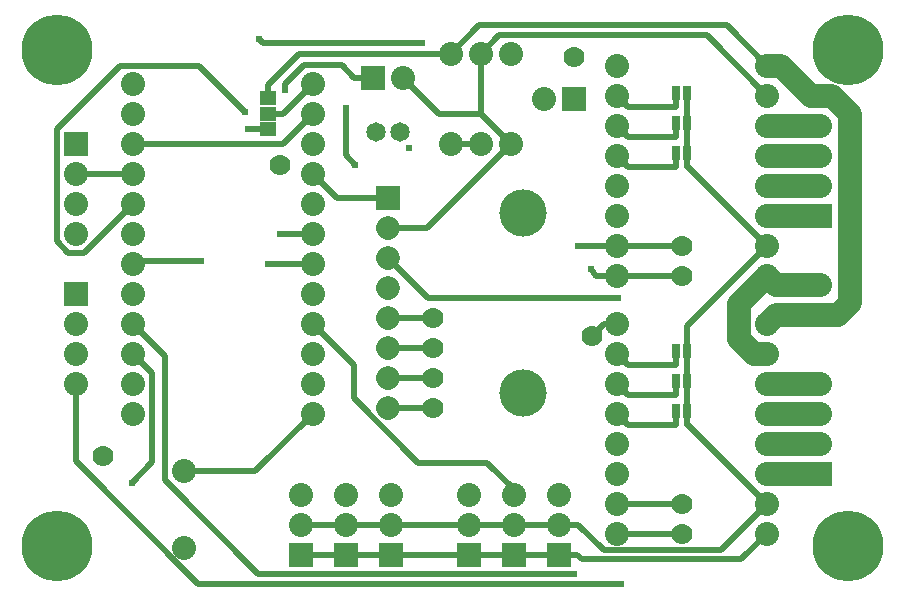
<source format=gtl>
G04 ---------------------------- Layer name :TOP LAYER*
G04 easyEDA 0.1*
G04 Scale: 100 percent, Rotated: No, Reflected: No *
G04 Dimensions in inches *
G04 leading zeros omitted , absolute positions ,2 integer and 4 * 
%FSLAX24Y24*%
%MOIN*%
G90*
G70D02*

%ADD11C,0.020000*%
%ADD12C,0.080000*%
%ADD13C,0.024000*%
%ADD14R,0.025000X0.050000*%
%ADD15R,0.056000X0.045000*%
%ADD16C,0.065000*%
%ADD18C,0.070000*%
%ADD20R,0.080000X0.080000*%
%ADD22C,0.157480*%
%ADD24C,0.236220*%

%LPD*%
G54D11*
G01X4100Y12900D02*
G01X2459Y11259D01*
G01X1951Y11259D01*
G01X1567Y11646D01*
G01X1567Y15382D01*
G01X3676Y17490D01*
G01X6301Y17490D01*
G01X7851Y15942D01*
G01X11197Y16094D02*
G01X11197Y14528D01*
G01X11519Y14203D01*
G01X12599Y11099D02*
G01X12599Y11100D01*
G01X20276Y9755D02*
G01X13943Y9755D01*
G01X12599Y11099D01*
G01X12599Y11099D02*
G01X12598Y11100D01*
G01X2200Y6900D02*
G01X2200Y4305D01*
G01X6286Y219D01*
G01X20378Y219D01*
G01X4061Y3602D02*
G01X4753Y4293D01*
G01X4753Y7246D01*
G01X4100Y7900D01*
G01X20250Y1900D02*
G01X22400Y1900D01*
G01X22400Y11500D02*
G01X20250Y11500D01*
G01X6386Y10980D02*
G01X4180Y10980D01*
G01X4100Y10900D01*
G01X20250Y11500D02*
G01X18952Y11500D01*
G01X4100Y8900D02*
G01X5164Y7835D01*
G01X5164Y3676D01*
G01X8281Y559D01*
G01X18819Y559D01*
G01X20250Y2900D02*
G01X22400Y2900D01*
G01X22400Y10500D02*
G01X20250Y10500D01*
G01X13738Y18240D02*
G01X8448Y18240D01*
G01X8294Y18394D01*
G01X20250Y10500D02*
G01X19534Y10500D01*
G01X19359Y10725D01*
G01X15700Y14900D02*
G01X14700Y14900D01*
G01X10100Y11900D02*
G01X9009Y11900D01*
G01X8600Y15390D02*
G01X7944Y15390D01*
G01X12100Y17100D02*
G01X11480Y17100D01*
G01X11060Y17519D01*
G01X9802Y17519D01*
G01X9167Y16884D01*
G01X9167Y16676D01*
G01X10100Y10900D02*
G01X8594Y10900D01*
G01X12600Y13100D02*
G01X10900Y13100D01*
G01X10100Y13900D01*
G01X25250Y11500D02*
G01X22619Y14130D01*
G01X22580Y14130D01*
G01X22580Y14600D01*
G01X22580Y6000D02*
G01X22580Y5530D01*
G01X22619Y5530D01*
G01X25250Y2900D01*
G01X22580Y6000D02*
G01X22580Y7000D01*
G01X22580Y14600D02*
G01X22580Y15600D01*
G01X22580Y15600D02*
G01X22580Y16600D01*
G01X22580Y7000D02*
G01X22580Y8000D01*
G01X22580Y8000D02*
G01X22580Y8830D01*
G01X25250Y11500D01*
G01X9700Y2200D02*
G01X11200Y2200D01*
G01X11200Y2200D02*
G01X12700Y2200D01*
G01X25250Y2900D02*
G01X23710Y1359D01*
G01X19797Y1359D01*
G01X18956Y2200D01*
G01X18300Y2200D01*
G01X18300Y2200D02*
G01X16800Y2200D01*
G01X16800Y2200D02*
G01X15300Y2200D01*
G01X15300Y2200D02*
G01X12700Y2200D01*
G01X20250Y8900D02*
G01X19800Y8900D01*
G01X19400Y8500D01*
G01X10100Y5900D02*
G01X8180Y3980D01*
G01X5800Y3980D01*
G01X12599Y12100D02*
G01X13900Y12100D01*
G01X16700Y14900D01*
G01X12598Y12100D02*
G01X12599Y12100D01*
G54D12*
G01X25250Y7900D02*
G01X24800Y7900D01*
G01X24300Y8400D01*
G01X24300Y9550D01*
G01X25250Y10500D01*
G54D11*
G01X2200Y13900D02*
G01X4100Y13900D01*
G54D12*
G01X27000Y10200D02*
G01X25550Y10200D01*
G01X25250Y10500D01*
G54D11*
G01X25250Y16500D02*
G01X23227Y18521D01*
G01X16322Y18521D01*
G01X15700Y17900D01*
G01X15700Y17900D02*
G01X15700Y16534D01*
G01X15700Y16534D02*
G01X15700Y15900D01*
G01X16000Y15600D01*
G01X16700Y14900D01*
G01X15700Y16534D02*
G01X15700Y15900D01*
G01X14300Y15900D01*
G01X13100Y17100D01*
G01X4100Y14900D02*
G01X9100Y14900D01*
G01X10100Y15900D01*
G01X9700Y1200D02*
G01X11200Y1200D01*
G01X11200Y1200D02*
G01X12700Y1200D01*
G01X16800Y1200D02*
G01X15300Y1200D01*
G01X15300Y1200D02*
G01X12700Y1200D01*
G01X18300Y1200D02*
G01X16800Y1200D01*
G01X18300Y1200D02*
G01X18919Y1200D01*
G01X19080Y1040D01*
G01X24389Y1040D01*
G01X25250Y1900D01*
G54D12*
G01X27000Y9200D02*
G01X27600Y9200D01*
G01X28000Y9600D01*
G01X28000Y15900D01*
G01X27400Y16500D01*
G01X26700Y16500D01*
G01X25700Y17500D01*
G01X25250Y17500D01*
G01X27000Y9200D02*
G01X25550Y9200D01*
G01X25250Y8900D01*
G54D11*
G01X14700Y17900D02*
G01X15642Y18842D01*
G01X23907Y18842D01*
G01X25250Y17500D01*
G01X14700Y17900D02*
G01X9644Y17900D01*
G01X8600Y16855D01*
G01X8600Y16409D01*
G01X10100Y8900D02*
G01X11463Y7536D01*
G01X11463Y6421D01*
G01X13625Y4259D01*
G01X15918Y4259D01*
G01X16800Y3376D01*
G01X16800Y3200D01*
G01X12599Y6100D02*
G01X14100Y6100D01*
G01X12598Y6100D02*
G01X12599Y6100D01*
G01X12599Y7100D02*
G01X14100Y7100D01*
G01X12598Y7100D02*
G01X12599Y7100D01*
G01X12599Y8100D02*
G01X14100Y8100D01*
G01X12598Y8100D02*
G01X12599Y8100D01*
G01X12599Y9100D02*
G01X14100Y9100D01*
G01X12598Y9100D02*
G01X12599Y9100D01*
G54D12*
G01X25250Y12500D02*
G01X27000Y12500D01*
G01X25250Y13500D02*
G01X27000Y13500D01*
G01X25250Y14500D02*
G01X27000Y14500D01*
G01X25250Y15500D02*
G01X27000Y15500D01*
G01X25250Y3900D02*
G01X27000Y3900D01*
G01X25250Y4900D02*
G01X27000Y4900D01*
G01X25250Y5900D02*
G01X27000Y5900D01*
G01X25250Y6900D02*
G01X27000Y6900D01*
G54D11*
G01X20250Y16500D02*
G01X20619Y16130D01*
G01X22219Y16130D01*
G01X22219Y16600D01*
G01X20250Y15500D02*
G01X20619Y15130D01*
G01X22219Y15130D01*
G01X22219Y15600D01*
G01X20250Y14500D02*
G01X20619Y14130D01*
G01X22219Y14130D01*
G01X22219Y14600D01*
G01X20250Y7900D02*
G01X20619Y7530D01*
G01X22219Y7530D01*
G01X22219Y8000D01*
G01X20250Y6900D02*
G01X20619Y6530D01*
G01X22219Y6530D01*
G01X22219Y7000D01*
G01X20250Y5900D02*
G01X20619Y5530D01*
G01X22219Y5530D01*
G01X22219Y6000D01*
G01X8600Y15900D02*
G01X9100Y15900D01*
G01X10100Y16900D01*
G54D14*
G01X22580Y16600D03*
G01X22219Y16600D03*
G01X22580Y15600D03*
G01X22219Y15600D03*
G01X22580Y14600D03*
G01X22219Y14600D03*
G01X22580Y8000D03*
G01X22219Y8000D03*
G01X22580Y7000D03*
G01X22219Y7000D03*
G01X22580Y6000D03*
G01X22219Y6000D03*
G54D15*
G01X8600Y15390D03*
G01X8600Y15900D03*
G01X8600Y16409D03*
G54D16*
G01X13000Y15300D03*
G01X12211Y15300D03*
G54D18*
G01X9000Y14200D03*
G01X19400Y8500D03*
G01X3100Y4500D03*
G01X18800Y17800D03*
G01X14100Y6100D03*
G01X14100Y7100D03*
G01X14100Y8100D03*
G01X14100Y9100D03*
G01X22400Y11500D03*
G01X22400Y10500D03*
G01X22400Y2900D03*
G01X22400Y1900D03*
G54D20*
G01X12100Y17100D03*
G54D12*
G01X13100Y17100D03*
G54D20*
G01X12700Y1200D03*
G54D12*
G01X12700Y2200D03*
G01X12700Y3200D03*
G54D20*
G01X16800Y1200D03*
G54D12*
G01X16800Y2200D03*
G01X16800Y3200D03*
G54D20*
G01X18300Y1200D03*
G54D12*
G01X18300Y2200D03*
G01X18300Y3200D03*
G01X16700Y14900D03*
G01X16700Y17900D03*
G01X5800Y1419D03*
G01X5800Y3980D03*
G01X14700Y14900D03*
G01X14700Y17900D03*
G01X15700Y17900D03*
G01X15700Y14900D03*
G54D20*
G01X11200Y1200D03*
G54D12*
G01X11200Y2200D03*
G01X11200Y3200D03*
G54D20*
G01X9700Y1200D03*
G54D12*
G01X9700Y2200D03*
G01X9700Y3200D03*
G01X4100Y16900D03*
G01X4100Y15900D03*
G01X4100Y14900D03*
G01X4100Y13900D03*
G01X4100Y12900D03*
G01X4100Y11900D03*
G01X4100Y10900D03*
G01X4100Y9900D03*
G01X4100Y8900D03*
G01X4100Y7900D03*
G01X4100Y6900D03*
G01X4100Y5900D03*
G01X10100Y5900D03*
G01X10100Y6900D03*
G01X10100Y7900D03*
G01X10100Y8900D03*
G01X10100Y9900D03*
G01X10100Y10900D03*
G01X10100Y11900D03*
G01X10100Y12900D03*
G01X10100Y13900D03*
G01X10100Y14900D03*
G01X10100Y15900D03*
G01X10100Y16900D03*
G54D20*
G01X27000Y12500D03*
G54D12*
G01X27000Y13500D03*
G01X27000Y14500D03*
G01X27000Y15500D03*
G54D20*
G01X27000Y3900D03*
G54D12*
G01X27000Y4900D03*
G01X27000Y5900D03*
G01X27000Y6900D03*
G54D20*
G01X2200Y9900D03*
G54D12*
G01X2200Y8900D03*
G01X2200Y7900D03*
G01X2200Y6900D03*
G01X25250Y15500D03*
G01X25250Y16500D03*
G01X25250Y17500D03*
G01X25250Y14500D03*
G01X25250Y13500D03*
G01X25250Y12500D03*
G01X25250Y11500D03*
G01X25250Y10500D03*
G01X20250Y10500D03*
G01X20250Y11500D03*
G01X20250Y12500D03*
G01X20250Y13500D03*
G01X20250Y14500D03*
G01X20250Y15500D03*
G01X20250Y16500D03*
G01X20250Y17500D03*
G01X25250Y6900D03*
G01X25250Y7900D03*
G01X25250Y8900D03*
G01X25250Y5900D03*
G01X25250Y4900D03*
G01X25250Y3900D03*
G01X25250Y2900D03*
G01X25250Y1900D03*
G01X20250Y1900D03*
G01X20250Y2900D03*
G01X20250Y3900D03*
G01X20250Y4900D03*
G01X20250Y5900D03*
G01X20250Y6900D03*
G01X20250Y7900D03*
G01X20250Y8900D03*
G54D20*
G01X12600Y13100D03*
G54D22*
G01X17100Y12600D03*
G01X17100Y6600D03*
G54D20*
G01X18800Y16400D03*
G54D12*
G01X17800Y16400D03*
G54D20*
G01X27000Y9200D03*
G54D12*
G01X27000Y10200D03*
G54D20*
G01X15300Y1200D03*
G54D12*
G01X15300Y2200D03*
G01X15300Y3200D03*
G54D20*
G01X2200Y14900D03*
G54D12*
G01X2200Y13900D03*
G01X2200Y12900D03*
G01X2200Y11900D03*
G54D24*
G01X1575Y18025D03*
G01X27952Y18025D03*
G01X27952Y1490D03*
G01X1575Y1490D03*
G54D13*
G01X7851Y15942D03*
G01X11197Y16094D03*
G01X11519Y14203D03*
G01X20378Y219D03*
G01X20276Y9755D03*
G01X4061Y3601D03*
G01X18952Y11500D03*
G01X6386Y10980D03*
G01X18818Y559D03*
G01X19359Y10725D03*
G01X13738Y18240D03*
G01X8294Y18394D03*
G01X13315Y14751D03*
G01X9009Y11900D03*
G01X9167Y16676D03*
G01X7944Y15390D03*
G01X8594Y10900D03*
G54D16*
G01X13000Y15300D03*
G01X12211Y15300D03*
G54D18*
G01X9000Y14200D03*
G01X19400Y8500D03*
G01X3100Y4500D03*
G01X18800Y17800D03*
G01X14100Y6100D03*
G01X14100Y7100D03*
G01X14100Y8100D03*
G01X14100Y9100D03*
G01X22400Y11500D03*
G01X22400Y10500D03*
G01X22400Y2900D03*
G01X22400Y1900D03*
G54D20*
G01X12100Y17100D03*
G54D12*
G01X13100Y17100D03*
G54D20*
G01X12700Y1200D03*
G54D12*
G01X12700Y2200D03*
G01X12700Y3200D03*
G54D20*
G01X16800Y1200D03*
G54D12*
G01X16800Y2200D03*
G01X16800Y3200D03*
G54D20*
G01X18300Y1200D03*
G54D12*
G01X18300Y2200D03*
G01X18300Y3200D03*
G01X16700Y14900D03*
G01X16700Y17900D03*
G01X5800Y1419D03*
G01X5800Y3980D03*
G01X14700Y14900D03*
G01X14700Y17900D03*
G01X15700Y17900D03*
G01X15700Y14900D03*
G54D20*
G01X11200Y1200D03*
G54D12*
G01X11200Y2200D03*
G01X11200Y3200D03*
G54D20*
G01X9700Y1200D03*
G54D12*
G01X9700Y2200D03*
G01X9700Y3200D03*
G01X4100Y16900D03*
G01X4100Y15900D03*
G01X4100Y14900D03*
G01X4100Y13900D03*
G01X4100Y12900D03*
G01X4100Y11900D03*
G01X4100Y10900D03*
G01X4100Y9900D03*
G01X4100Y8900D03*
G01X4100Y7900D03*
G01X4100Y6900D03*
G01X4100Y5900D03*
G01X10100Y5900D03*
G01X10100Y6900D03*
G01X10100Y7900D03*
G01X10100Y8900D03*
G01X10100Y9900D03*
G01X10100Y10900D03*
G01X10100Y11900D03*
G01X10100Y12900D03*
G01X10100Y13900D03*
G01X10100Y14900D03*
G01X10100Y15900D03*
G01X10100Y16900D03*
G54D20*
G01X27000Y12500D03*
G54D12*
G01X27000Y13500D03*
G01X27000Y14500D03*
G01X27000Y15500D03*
G54D20*
G01X27000Y3900D03*
G54D12*
G01X27000Y4900D03*
G01X27000Y5900D03*
G01X27000Y6900D03*
G54D20*
G01X2200Y9900D03*
G54D12*
G01X2200Y8900D03*
G01X2200Y7900D03*
G01X2200Y6900D03*
G01X25250Y15500D03*
G01X25250Y16500D03*
G01X25250Y17500D03*
G01X25250Y14500D03*
G01X25250Y13500D03*
G01X25250Y12500D03*
G01X25250Y11500D03*
G01X25250Y10500D03*
G01X20250Y10500D03*
G01X20250Y11500D03*
G01X20250Y12500D03*
G01X20250Y13500D03*
G01X20250Y14500D03*
G01X20250Y15500D03*
G01X20250Y16500D03*
G01X20250Y17500D03*
G01X25250Y6900D03*
G01X25250Y7900D03*
G01X25250Y8900D03*
G01X25250Y5900D03*
G01X25250Y4900D03*
G01X25250Y3900D03*
G01X25250Y2900D03*
G01X25250Y1900D03*
G01X20250Y1900D03*
G01X20250Y2900D03*
G01X20250Y3900D03*
G01X20250Y4900D03*
G01X20250Y5900D03*
G01X20250Y6900D03*
G01X20250Y7900D03*
G01X20250Y8900D03*
G54D20*
G01X12600Y13100D03*
G54D22*
G01X17100Y12600D03*
G01X17100Y6600D03*
G54D20*
G01X18800Y16400D03*
G54D12*
G01X17800Y16400D03*
G54D20*
G01X27000Y9200D03*
G54D12*
G01X27000Y10200D03*
G54D20*
G01X15300Y1200D03*
G54D12*
G01X15300Y2200D03*
G01X15300Y3200D03*
G54D20*
G01X2200Y14900D03*
G54D12*
G01X2200Y13900D03*
G01X2200Y12900D03*
G01X2200Y11900D03*
G54D24*
G01X1575Y18025D03*
G01X27952Y18025D03*
G01X27952Y1490D03*
G01X1575Y1490D03*
G54D12*
G01X12600Y12100D02*
G01X12600Y12100D01*
G01X12600Y11100D02*
G01X12600Y11100D01*
G01X12600Y10100D02*
G01X12600Y10100D01*
G01X12600Y9100D02*
G01X12600Y9100D01*
G01X12600Y8100D02*
G01X12600Y8100D01*
G01X12600Y7100D02*
G01X12600Y7100D01*
G01X12600Y6100D02*
G01X12600Y6100D01*

M00*
M02*
</source>
